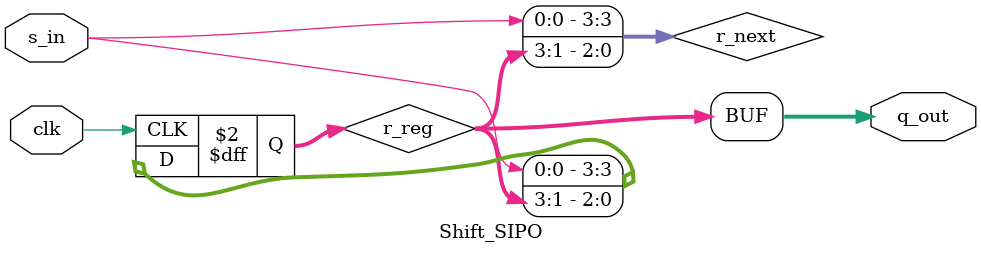
<source format=v>
`timescale 1ns / 1ps
module Shift_SIPO
( 
input wire clk,s_in, 
output wire [3:0] q_out );
// signal declaration 
reg [3:0] r_reg;
wire [3:0] r_next; 
// body, register
always@(negedge clk)
r_reg<=r_next; 
// next state logic [IMPORTANT]
assign r_next = {s_in,r_reg[3:1]};
// output logic 
assign q_out= r_reg;
endmodule

</source>
